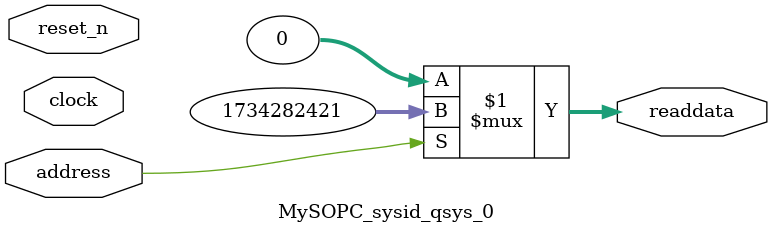
<source format=v>



// synthesis translate_off
`timescale 1ns / 1ps
// synthesis translate_on

// turn off superfluous verilog processor warnings 
// altera message_level Level1 
// altera message_off 10034 10035 10036 10037 10230 10240 10030 

module MySOPC_sysid_qsys_0 (
               // inputs:
                address,
                clock,
                reset_n,

               // outputs:
                readdata
             )
;

  output  [ 31: 0] readdata;
  input            address;
  input            clock;
  input            reset_n;

  wire    [ 31: 0] readdata;
  //control_slave, which is an e_avalon_slave
  assign readdata = address ? 1734282421 : 0;

endmodule



</source>
